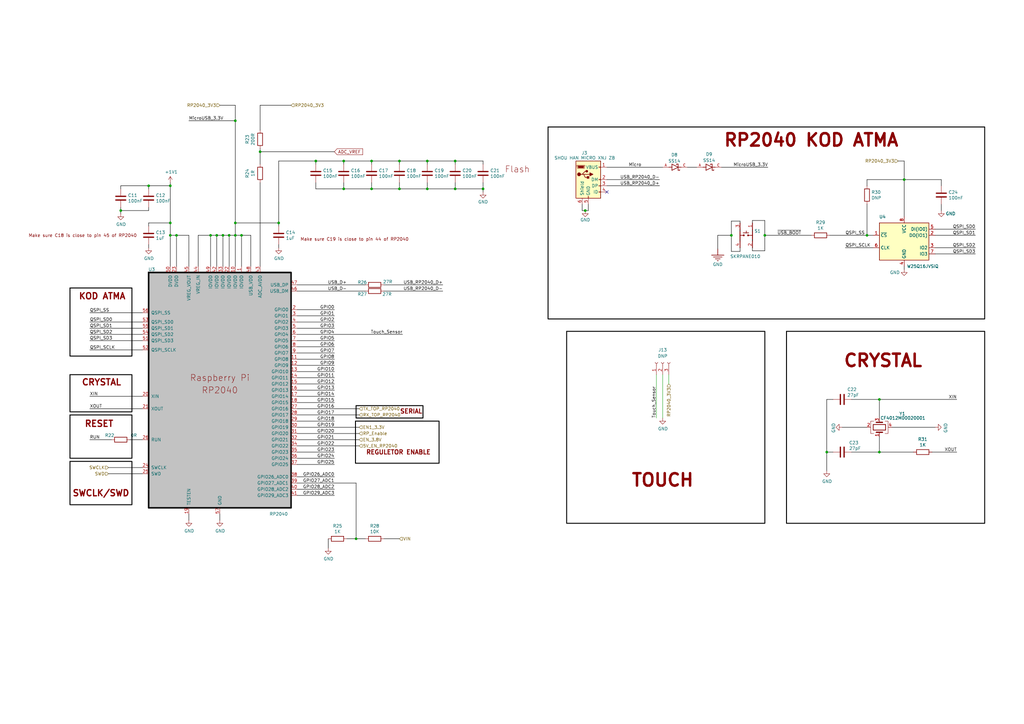
<source format=kicad_sch>
(kicad_sch (version 20231120) (generator "eeschema") (generator_version "8.0")
  (paper "A3")
  (lib_symbols
    (symbol "Connector:Conn_01x03_Socket" (pin_names (offset 1.016) hide)
      (property "Reference" "J" (at 0 5.08 0))
      (property "Value" "Conn_01x03_Socket" (at 0 -5.08 0))
      (symbol "Conn_01x03_Socket_1_1"
        (arc (start 0 -2.032) (mid -0.5058 -2.54) (end 0 -3.048) (stroke (width 0.1524)))
        (polyline (pts (xy -1.27 -2.54) (xy -0.508 -2.54)) (stroke (width 0.1524)))
        (polyline (pts (xy -1.27 0) (xy -0.508 0)) (stroke (width 0.1524)))
        (polyline (pts (xy -1.27 2.54) (xy -0.508 2.54)) (stroke (width 0.1524)))
        (arc (start 0 0.508) (mid -0.5058 0) (end 0 -0.508) (stroke (width 0.1524)))
        (arc (start 0 3.048) (mid -0.5058 2.54) (end 0 2.032) (stroke (width 0.1524)))
        (pin passive line (at -5.08 2.54 0) (length 3.81) (name "Pin_1") (number "1"))
        (pin passive line (at -5.08 0 0) (length 3.81) (name "Pin_2") (number "2"))
        (pin passive line (at -5.08 -2.54 0) (length 3.81) (name "Pin_3") (number "3"))
      )
    )
    (symbol "Connector:USB_OTG" (pin_names (offset 1.016))
      (property "Reference" "J14" (at -2.794 10.922 0))
      (property "Value" "SHOU HAN MICRO XNJ ZB" (at -13.97 8.89 0))
      (symbol "USB_OTG_0_1"
        (rectangle (start -5.08 7.62) (end 5.08 -7.62) (stroke (width 0.254)) (fill (type background)))
        (circle (center -3.81 2.159) (radius 0.635) (stroke (width 0.254)) (fill (type outline)))
        (circle (center -0.635 3.429) (radius 0.381) (stroke (width 0.254)) (fill (type outline)))
        (rectangle (start -0.127 -7.62) (end 0.127 -6.858))
        (polyline (pts (xy -1.905 2.159) (xy 0.635 2.159)) (stroke (width 0.254)))
        (polyline (pts (xy -3.175 2.159) (xy -2.54 2.159) (xy -1.27 3.429) (xy -0.635 3.429)) (stroke (width 0.254)))
        (polyline (pts (xy -2.54 2.159) (xy -1.905 2.159) (xy -1.27 0.889) (xy 0 0.889)) (stroke (width 0.254)))
        (polyline (pts (xy 0.635 2.794) (xy 0.635 1.524) (xy 1.905 2.159) (xy 0.635 2.794)) (stroke (width 0.254)) (fill (type outline)))
        (polyline (pts (xy -4.318 5.588) (xy -1.778 5.588) (xy -2.032 4.826) (xy -4.064 4.826) (xy -4.318 5.588)) (fill (type outline)))
        (polyline (pts (xy -4.699 5.842) (xy -4.699 5.588) (xy -4.445 4.826) (xy -4.445 4.572) (xy -1.651 4.572) (xy -1.651 4.826) (xy -1.397 5.588) (xy -1.397 5.842) (xy -4.699 5.842)))
        (rectangle (start 0.254 1.27) (end -0.508 0.508) (stroke (width 0.254)) (fill (type outline)))
        (rectangle (start 5.08 -5.207) (end 4.318 -4.953))
        (rectangle (start 5.08 -2.667) (end 4.318 -2.413))
        (rectangle (start 5.08 -0.127) (end 4.318 0.127))
        (rectangle (start 5.08 4.953) (end 4.318 5.207))
      )
      (symbol "USB_OTG_1_1"
        (pin passive line (at 7.62 5.08 180) (length 2.54) (name "VBUS") (number "1"))
        (pin bidirectional line (at 7.62 0 180) (length 2.54) (name "DM") (number "2"))
        (pin bidirectional line (at 7.62 -2.54 180) (length 2.54) (name "DP") (number "3"))
        (pin passive line (at 7.62 -5.08 180) (length 2.54) (name "ID") (number "4"))
        (pin passive line (at 0 -10.16 90) (length 2.54) (name "GND") (number "5"))
        (pin passive line (at -2.54 -10.16 90) (length 2.54) (name "Shield") (number "6"))
      )
    )
    (symbol "Device:C" (pin_numbers hide) (pin_names (offset 0.254))
      (property "Reference" "C" (at 0.635 2.54 0))
      (property "Value" "C" (at 0.635 -2.54 0))
      (symbol "C_0_1"
        (polyline (pts (xy -2.032 -0.762) (xy 2.032 -0.762)) (stroke (width 0.508)))
        (polyline (pts (xy -2.032 0.762) (xy 2.032 0.762)) (stroke (width 0.508)))
      )
      (symbol "C_1_1"
        (pin passive line (at 0 3.81 270) (length 2.794) (name "~") (number "1"))
        (pin passive line (at 0 -3.81 90) (length 2.794) (name "~") (number "2"))
      )
    )
    (symbol "Device:Crystal_GND24" (pin_names (offset 1.016) hide)
      (property "Reference" "Y" (at 3.175 5.08 0))
      (property "Value" "Crystal_GND24" (at 3.175 3.175 0))
      (symbol "Crystal_GND24_0_1"
        (rectangle (start -1.143 2.54) (end 1.143 -2.54) (stroke (width 0.3048)))
        (polyline (pts (xy -2.54 0) (xy -2.032 0)))
        (polyline (pts (xy -2.032 -1.27) (xy -2.032 1.27)) (stroke (width 0.508)))
        (polyline (pts (xy 0 -3.81) (xy 0 -3.556)))
        (polyline (pts (xy 0 3.556) (xy 0 3.81)))
        (polyline (pts (xy 2.032 -1.27) (xy 2.032 1.27)) (stroke (width 0.508)))
        (polyline (pts (xy 2.032 0) (xy 2.54 0)))
        (polyline (pts (xy -2.54 -2.286) (xy -2.54 -3.556) (xy 2.54 -3.556) (xy 2.54 -2.286)))
        (polyline (pts (xy -2.54 2.286) (xy -2.54 3.556) (xy 2.54 3.556) (xy 2.54 2.286)))
      )
      (symbol "Crystal_GND24_1_1"
        (pin passive line (at -3.81 0 0) (length 1.27) (name "1") (number "1"))
        (pin passive line (at 0 5.08 270) (length 1.27) (name "2") (number "2"))
        (pin passive line (at 3.81 0 180) (length 1.27) (name "3") (number "3"))
        (pin passive line (at 0 -5.08 90) (length 1.27) (name "4") (number "4"))
      )
    )
    (symbol "Device:R" (pin_numbers hide) (pin_names (offset 0))
      (property "Reference" "R" (at 2.032 0 90))
      (property "Value" "R" (at 0 0 90))
      (symbol "R_0_1"
        (rectangle (start -1.016 -2.54) (end 1.016 2.54) (stroke (width 0.254)))
      )
      (symbol "R_1_1"
        (pin passive line (at 0 3.81 270) (length 1.27) (name "~") (number "1"))
        (pin passive line (at 0 -3.81 90) (length 1.27) (name "~") (number "2"))
      )
    )
    (symbol "MCU_RaspberryPi_RP2040:RP2040" (pin_names (offset 1.016))
      (property "Reference" "U5" (at -27.94 49.53 0))
      (property "Value" "RP2040" (at 24.13 -50.8 0))
      (symbol "RP2040_0_0"
        (text "Raspberry Pi" (at 0 5.08 0) (effects (font (size 2.54 2.54))))
        (text "RP2040" (at 0 0 0) (effects (font (size 2.54 2.54))))
      )
      (symbol "RP2040_1_1"
        (rectangle (start -29.21 48.26) (end 29.21 -48.26) (stroke (width 0.635) (color 0 0 0 1)) (fill (type color) (color 194 194 194 1)))
        (pin power_in line (at 8.89 50.8 270) (length 2.54) (name "IOVDD") (number "1"))
        (pin power_in line (at 6.35 50.8 270) (length 2.54) (name "IOVDD") (number "10"))
        (pin bidirectional line (at 31.75 12.7 180) (length 2.54) (name "GPIO8") (number "11"))
        (pin bidirectional line (at 31.75 10.16 180) (length 2.54) (name "GPIO9") (number "12"))
        (pin bidirectional line (at 31.75 7.62 180) (length 2.54) (name "GPIO10") (number "13"))
        (pin bidirectional line (at 31.75 5.08 180) (length 2.54) (name "GPIO11") (number "14"))
        (pin bidirectional line (at 31.75 2.54 180) (length 2.54) (name "GPIO12") (number "15"))
        (pin bidirectional line (at 31.75 0 180) (length 2.54) (name "GPIO13") (number "16"))
        (pin bidirectional line (at 31.75 -2.54 180) (length 2.54) (name "GPIO14") (number "17"))
        (pin bidirectional line (at 31.75 -5.08 180) (length 2.54) (name "GPIO15") (number "18"))
        (pin passive line (at -12.7 -50.8 90) (length 2.54) (name "TESTEN") (number "19"))
        (pin bidirectional line (at 31.75 33.02 180) (length 2.54) (name "GPIO0") (number "2"))
        (pin input line (at -31.75 -2.54 0) (length 2.54) (name "XIN") (number "20"))
        (pin passive line (at -31.75 -7.62 0) (length 2.54) (name "XOUT") (number "21"))
        (pin power_in line (at 3.81 50.8 270) (length 2.54) (name "IOVDD") (number "22"))
        (pin power_in line (at -17.78 50.8 270) (length 2.54) (name "DVDD") (number "23"))
        (pin output line (at -31.75 -31.75 0) (length 2.54) (name "SWCLK") (number "24"))
        (pin bidirectional line (at -31.75 -34.29 0) (length 2.54) (name "SWD") (number "25"))
        (pin input line (at -31.75 -20.32 0) (length 2.54) (name "RUN") (number "26"))
        (pin bidirectional line (at 31.75 -7.62 180) (length 2.54) (name "GPIO16") (number "27"))
        (pin bidirectional line (at 31.75 -10.16 180) (length 2.54) (name "GPIO17") (number "28"))
        (pin bidirectional line (at 31.75 -12.7 180) (length 2.54) (name "GPIO18") (number "29"))
        (pin bidirectional line (at 31.75 30.48 180) (length 2.54) (name "GPIO1") (number "3"))
        (pin bidirectional line (at 31.75 -15.24 180) (length 2.54) (name "GPIO19") (number "30"))
        (pin bidirectional line (at 31.75 -17.78 180) (length 2.54) (name "GPIO20") (number "31"))
        (pin bidirectional line (at 31.75 -20.32 180) (length 2.54) (name "GPIO21") (number "32"))
        (pin power_in line (at 1.27 50.8 270) (length 2.54) (name "IOVDD") (number "33"))
        (pin bidirectional line (at 31.75 -22.86 180) (length 2.54) (name "GPIO22") (number "34"))
        (pin bidirectional line (at 31.75 -25.4 180) (length 2.54) (name "GPIO23") (number "35"))
        (pin bidirectional line (at 31.75 -27.94 180) (length 2.54) (name "GPIO24") (number "36"))
        (pin bidirectional line (at 31.75 -30.48 180) (length 2.54) (name "GPIO25") (number "37"))
        (pin bidirectional line (at 31.75 -35.56 180) (length 2.54) (name "GPIO26_ADC0") (number "38"))
        (pin bidirectional line (at 31.75 -38.1 180) (length 2.54) (name "GPIO27_ADC1") (number "39"))
        (pin bidirectional line (at 31.75 27.94 180) (length 2.54) (name "GPIO2") (number "4"))
        (pin bidirectional line (at 31.75 -40.64 180) (length 2.54) (name "GPIO28_ADC2") (number "40"))
        (pin bidirectional line (at 31.75 -43.18 180) (length 2.54) (name "GPIO29_ADC3") (number "41"))
        (pin power_in line (at -1.27 50.8 270) (length 2.54) (name "IOVDD") (number "42"))
        (pin power_in line (at 16.51 50.8 270) (length 2.54) (name "ADC_AVDD") (number "43"))
        (pin power_in line (at -8.89 50.8 270) (length 2.54) (name "VREG_IN") (number "44"))
        (pin power_out line (at -12.7 50.8 270) (length 2.54) (name "VREG_VOUT") (number "45"))
        (pin bidirectional line (at 31.75 40.64 180) (length 2.54) (name "USB_DM") (number "46"))
        (pin bidirectional line (at 31.75 43.18 180) (length 2.54) (name "USB_DP") (number "47"))
        (pin power_in line (at 12.7 50.8 270) (length 2.54) (name "USB_VDD") (number "48"))
        (pin power_in line (at -3.81 50.8 270) (length 2.54) (name "IOVDD") (number "49"))
        (pin bidirectional line (at 31.75 25.4 180) (length 2.54) (name "GPIO3") (number "5"))
        (pin power_in line (at -20.32 50.8 270) (length 2.54) (name "DVDD") (number "50"))
        (pin bidirectional line (at -31.75 20.32 0) (length 2.54) (name "QSPI_SD3") (number "51"))
        (pin output line (at -31.75 16.51 0) (length 2.54) (name "QSPI_SCLK") (number "52"))
        (pin bidirectional line (at -31.75 27.94 0) (length 2.54) (name "QSPI_SD0") (number "53"))
        (pin bidirectional line (at -31.75 22.86 0) (length 2.54) (name "QSPI_SD2") (number "54"))
        (pin bidirectional line (at -31.75 25.4 0) (length 2.54) (name "QSPI_SD1") (number "55"))
        (pin bidirectional line (at -31.75 31.75 0) (length 2.54) (name "QSPI_SS") (number "56"))
        (pin power_in line (at 0 -50.8 90) (length 2.54) (name "GND") (number "57"))
        (pin bidirectional line (at 31.75 22.86 180) (length 2.54) (name "GPIO4") (number "6"))
        (pin bidirectional line (at 31.75 20.32 180) (length 2.54) (name "GPIO5") (number "7"))
        (pin bidirectional line (at 31.75 17.78 180) (length 2.54) (name "GPIO6") (number "8"))
        (pin bidirectional line (at 31.75 15.24 180) (length 2.54) (name "GPIO7") (number "9"))
      )
    )
    (symbol "Memory_Flash:W25Q128JVS"
      (property "Reference" "U" (at -8.89 8.89 0))
      (property "Value" "W25Q128JVS" (at 7.62 8.89 0))
      (symbol "W25Q128JVS_0_1"
        (rectangle (start -10.16 7.62) (end 10.16 -7.62) (stroke (width 0.254)) (fill (type background)))
      )
      (symbol "W25Q128JVS_1_1"
        (pin input line (at -12.7 2.54 0) (length 2.54) (name "~{CS}") (number "1"))
        (pin bidirectional line (at 12.7 2.54 180) (length 2.54) (name "DO(IO1)") (number "2"))
        (pin bidirectional line (at 12.7 -2.54 180) (length 2.54) (name "IO2") (number "3"))
        (pin power_in line (at 0 -10.16 90) (length 2.54) (name "GND") (number "4"))
        (pin bidirectional line (at 12.7 5.08 180) (length 2.54) (name "DI(IO0)") (number "5"))
        (pin input line (at -12.7 -2.54 0) (length 2.54) (name "CLK") (number "6"))
        (pin bidirectional line (at 12.7 -5.08 180) (length 2.54) (name "IO3") (number "7"))
        (pin power_in line (at 0 10.16 270) (length 2.54) (name "VCC") (number "8"))
      )
    )
    (symbol "NINA-B411-altium-import:GND" (power)
      (property "Reference" "#PWR" (at 0 0 0))
      (property "Value" "GND" (at 0 6.35 0))
      (symbol "GND_0_0"
        (polyline (pts (xy -2.54 -2.54) (xy 2.54 -2.54)) (stroke (width 0.254)))
        (polyline (pts (xy -1.778 -3.302) (xy 1.778 -3.302)) (stroke (width 0.254)))
        (polyline (pts (xy -1.016 -4.064) (xy 1.016 -4.064)) (stroke (width 0.254)))
        (polyline (pts (xy -0.254 -4.826) (xy 0.254 -4.826)) (stroke (width 0.254)))
        (polyline (pts (xy 0 0) (xy 0 -2.54)) (stroke (width 0.254)))
        (pin power_in line (at 0 0 0) (length 0) hide (name "GND") (number ""))
      )
    )
    (symbol "NINA-B411-altium-import:root_3_SKRPACE010"
      (symbol "root_3_SKRPACE010_1_0"
        (circle (center -1.016 0) (radius 0.254) (stroke (width 0.254)))
        (polyline (pts (xy -2.54 -5.08) (xy -2.54 5.08)) (stroke (width 0.254)))
        (polyline (pts (xy -2.54 0) (xy -2.54 -2.54)) (stroke (width 0.254)))
        (polyline (pts (xy -2.54 2.54) (xy -2.54 0)) (stroke (width 0.254)))
        (polyline (pts (xy -1.016 0) (xy -2.54 0)) (stroke (width 0.254)))
        (polyline (pts (xy 0 1.016) (xy -1.27 1.016)) (stroke (width 0.254)))
        (polyline (pts (xy 0 1.016) (xy 0 1.778)) (stroke (width 0.254)))
        (polyline (pts (xy 0.762 0) (xy 2.54 0)) (stroke (width 0.254)))
        (polyline (pts (xy 1.016 1.016) (xy 0 1.016)) (stroke (width 0.254)))
        (polyline (pts (xy 2.54 0) (xy 2.54 -2.54)) (stroke (width 0.254)))
        (polyline (pts (xy 2.54 2.54) (xy 2.54 0)) (stroke (width 0.254)))
        (polyline (pts (xy 2.54 5.08) (xy 2.54 -5.08)) (stroke (width 0.254)))
        (circle (center 0.762 0) (radius 0.254) (stroke (width 0.254)))
        (pin bidirectional line (at 2.54 5.08 270) (length 2.54) (name "1") (number "1"))
        (pin bidirectional line (at 2.54 -5.08 90) (length 2.54) (name "2") (number "2"))
        (pin bidirectional line (at -2.54 5.08 270) (length 2.54) (name "3") (number "3"))
        (pin bidirectional line (at -2.54 -5.08 90) (length 2.54) (name "4") (number "4"))
      )
    )
    (symbol "SS14:SS14" (pin_names (offset 1.016))
      (property "Reference" "D" (at -5.08 2.54 0))
      (property "Value" "SS14" (at -5.08 -3.81 0))
      (symbol "SS14_0_0"
        (polyline (pts (xy -2.54 0) (xy -1.27 0)) (stroke (width 0.254)))
        (polyline (pts (xy -1.27 -1.27) (xy 1.27 0)) (stroke (width 0.254)))
        (polyline (pts (xy -1.27 0) (xy -1.27 -1.27)) (stroke (width 0.254)))
        (polyline (pts (xy -1.27 1.27) (xy -1.27 0)) (stroke (width 0.254)))
        (polyline (pts (xy 0.635 -1.016) (xy 0.635 -1.27)) (stroke (width 0.254)))
        (polyline (pts (xy 1.27 -1.27) (xy 0.635 -1.27)) (stroke (width 0.254)))
        (polyline (pts (xy 1.27 0) (xy -1.27 1.27)) (stroke (width 0.254)))
        (polyline (pts (xy 1.27 0) (xy 1.27 -1.27)) (stroke (width 0.254)))
        (polyline (pts (xy 1.27 1.27) (xy 1.27 0)) (stroke (width 0.254)))
        (polyline (pts (xy 1.905 1.27) (xy 1.27 1.27)) (stroke (width 0.254)))
        (polyline (pts (xy 1.905 1.27) (xy 1.905 1.016)) (stroke (width 0.254)))
        (polyline (pts (xy 2.54 0) (xy 1.27 0)) (stroke (width 0.254)))
        (pin passive line (at -5.08 0 0) (length 2.54) (name "~") (number "A"))
        (pin passive line (at 5.08 0 180) (length 2.54) (name "~") (number "C"))
      )
    )
    (symbol "power:+1V1" (power) (pin_names (offset 0))
      (property "Value" "+1V1" (at 0 3.556 0))
      (symbol "+1V1_0_1"
        (polyline (pts (xy -0.762 1.27) (xy 0 2.54)))
        (polyline (pts (xy 0 0) (xy 0 2.54)))
        (polyline (pts (xy 0 2.54) (xy 0.762 1.27)))
      )
      (symbol "+1V1_1_1"
        (pin power_in line (at 0 0 90) (length 0) hide (name "+1V1") (number "1"))
      )
    )
    (symbol "power:GND" (power) (pin_names (offset 0))
      (property "Value" "GND" (at 0 -3.81 0))
      (symbol "GND_0_1"
        (polyline (pts (xy 0 0) (xy 0 -1.27) (xy 1.27 -1.27) (xy 0 -2.54) (xy -1.27 -1.27) (xy 0 -1.27)))
      )
      (symbol "GND_1_1"
        (pin power_in line (at 0 0 270) (length 0) hide (name "GND") (number "1"))
      )
    )
  )
  (junction (at 106.68 62.23))
  (junction (at 49.53 86.36))
  (junction (at 146.05 220.98))
  (junction (at 175.26 66.04))
  (junction (at 360.68 163.83))
  (junction (at 339.09 185.42))
  (junction (at 96.52 96.52))
  (junction (at 355.6 96.52))
  (junction (at 69.85 96.52))
  (junction (at 175.26 77.47))
  (junction (at 313.69 96.52))
  (junction (at 370.84 73.66))
  (junction (at 99.06 96.52))
  (junction (at 88.9 96.52))
  (junction (at 91.44 96.52))
  (junction (at 360.68 185.42))
  (junction (at 69.85 76.2))
  (junction (at 86.36 96.52))
  (junction (at 163.83 77.47))
  (junction (at 96.52 91.44))
  (junction (at 129.54 66.04))
  (junction (at 299.974 96.52))
  (junction (at 152.4 66.04))
  (junction (at 60.96 76.2))
  (junction (at 69.85 91.44))
  (junction (at 93.98 96.52))
  (junction (at 186.69 77.47))
  (junction (at 186.69 66.04))
  (junction (at 163.83 66.04))
  (junction (at 240.03 86.36))
  (junction (at 72.39 96.52))
  (junction (at 96.52 49.53))
  (junction (at 114.3 91.44))
  (junction (at 140.97 66.04))
  (junction (at 152.4 77.47))
  (junction (at 198.12 77.47))
  (junction (at 140.97 77.47))
  (no_connect (at 248.92 78.74))
  (wire (pts (xy 106.68 74.93) (xy 106.68 109.22)) (stroke (width 0.1778) (color 0 0 0 1)))
  (wire (pts (xy 36.83 162.56) (xy 58.42 162.56)) (stroke (width 0.1778) (color 0 0 0 1)))
  (wire (pts (xy 44.45 194.31) (xy 58.42 194.31)) (stroke (width 0.1778) (color 0 0 0 1)))
  (wire (pts (xy 186.69 77.47) (xy 198.12 77.47)) (stroke (width 0.1778) (color 0 0 0 1)))
  (wire (pts (xy 60.96 91.44) (xy 69.85 91.44)) (stroke (width 0.1778) (color 0 0 0 1)))
  (wire (pts (xy 121.92 198.12) (xy 146.05 198.12)) (stroke (width 0.1778) (color 0 0 0 1)))
  (wire (pts (xy 370.84 73.66) (xy 370.84 88.9)) (stroke (width 0.1778) (color 0 0 0 1)))
  (wire (pts (xy 186.69 66.04) (xy 198.12 66.04)) (stroke (width 0.1778) (color 0 0 0 1)))
  (wire (pts (xy 96.52 96.52) (xy 99.06 96.52)) (stroke (width 0.1778) (color 0 0 0 1)))
  (wire (pts (xy 175.26 66.04) (xy 186.69 66.04)) (stroke (width 0.1778) (color 0 0 0 1)))
  (wire (pts (xy 270.51 73.66) (xy 248.92 73.66)) (stroke (width 0.1778) (color 0 0 0 1)))
  (wire (pts (xy 90.17 43.18) (xy 96.52 43.18)) (stroke (width 0.1778) (color 0 0 0 1)))
  (wire (pts (xy 382.27 185.42) (xy 392.43 185.42)) (stroke (width 0.1778) (color 0 0 0 1)))
  (wire (pts (xy 106.68 60.96) (xy 106.68 62.23)) (stroke (width 0.1778) (color 0 0 0 1)))
  (wire (pts (xy 175.26 77.47) (xy 163.83 77.47)) (stroke (width 0.1778) (color 0 0 0 1)))
  (wire (pts (xy 121.92 187.96) (xy 137.16 187.96)) (stroke (width 0.1778) (color 0 0 0 1)))
  (wire (pts (xy 186.69 67.31) (xy 186.69 66.04)) (stroke (width 0.1778) (color 0 0 0 1)))
  (wire (pts (xy 81.28 96.52) (xy 86.36 96.52)) (stroke (width 0.1778) (color 0 0 0 1)))
  (wire (pts (xy 339.09 185.42) (xy 339.09 193.04)) (stroke (width 0.1778) (color 0 0 0 1)))
  (wire (pts (xy 140.97 66.04) (xy 152.4 66.04)) (stroke (width 0.1778) (color 0 0 0 1)))
  (wire (pts (xy 49.53 85.09) (xy 49.53 86.36)) (stroke (width 0.1778) (color 0 0 0 1)))
  (wire (pts (xy 90.17 210.82) (xy 90.17 213.36)) (stroke (width 0.1778) (color 0 0 0 1)))
  (wire (pts (xy 308.61 102.87) (xy 308.61 101.6)) (stroke (width 0.1778) (color 0 0 0 1)))
  (wire (pts (xy 157.48 119.38) (xy 181.61 119.38)) (stroke (width 0.1778) (color 0 0 0 1)))
  (wire (pts (xy 121.92 144.78) (xy 137.16 144.78)) (stroke (width 0.1778) (color 0 0 0 1)))
  (wire (pts (xy 114.3 66.04) (xy 114.3 91.44)) (stroke (width 0.1778) (color 0 0 0 1)))
  (wire (pts (xy 96.52 91.44) (xy 96.52 96.52)) (stroke (width 0.1778) (color 0 0 0 1)))
  (wire (pts (xy 355.6 73.66) (xy 370.84 73.66)) (stroke (width 0.1778) (color 0 0 0 1)))
  (wire (pts (xy 106.68 62.23) (xy 106.68 67.31)) (stroke (width 0.1778) (color 0 0 0 1)))
  (wire (pts (xy 269.24 171.45) (xy 269.24 153.67)))
  (wire (pts (xy 313.69 90.424) (xy 313.69 96.52)) (stroke (width 0.1778) (color 0 0 0 1)))
  (wire (pts (xy 314.96 68.58) (xy 295.91 68.58)) (stroke (width 0.1778) (color 0 0 0 1)))
  (wire (pts (xy 77.47 49.53) (xy 96.52 49.53)) (stroke (width 0.1778) (color 0 0 0 1)))
  (wire (pts (xy 88.9 96.52) (xy 91.44 96.52)) (stroke (width 0.1778) (color 0 0 0 1)))
  (wire (pts (xy 152.4 66.04) (xy 163.83 66.04)) (stroke (width 0.1778) (color 0 0 0 1)))
  (wire (pts (xy 121.92 180.34) (xy 147.32 180.34)) (stroke (width 0.1778) (color 0 0 0 1)))
  (wire (pts (xy 60.96 92.71) (xy 60.96 91.44)) (stroke (width 0.1778) (color 0 0 0 1)))
  (wire (pts (xy 69.85 91.44) (xy 69.85 96.52)) (stroke (width 0.1778) (color 0 0 0 1)))
  (wire (pts (xy 345.44 175.26) (xy 355.6 175.26)) (stroke (width 0.1778) (color 0 0 0 1)))
  (wire (pts (xy 198.12 74.93) (xy 198.12 77.47)) (stroke (width 0.1778) (color 0 0 0 1)))
  (wire (pts (xy 93.98 109.22) (xy 93.98 96.52)) (stroke (width 0.1778) (color 0 0 0 1)))
  (wire (pts (xy 175.26 67.31) (xy 175.26 66.04)) (stroke (width 0.1778) (color 0 0 0 1)))
  (wire (pts (xy 140.97 77.47) (xy 129.54 77.47)) (stroke (width 0.1778) (color 0 0 0 1)))
  (wire (pts (xy 294.386 102.108) (xy 294.386 96.52)) (stroke (width 0.1778) (color 0 0 0 1)))
  (wire (pts (xy 58.42 128.27) (xy 36.83 128.27)) (stroke (width 0.1778) (color 0 0 0 1)))
  (wire (pts (xy 106.68 62.23) (xy 137.16 62.23)) (stroke (width 0.1778) (color 0 0 0 1)))
  (wire (pts (xy 303.53 103.124) (xy 303.53 101.6)) (stroke (width 0.1778) (color 0 0 0 1)))
  (wire (pts (xy 238.76 86.36) (xy 240.03 86.36)) (stroke (width 0.1778) (color 0 0 0 1)))
  (wire (pts (xy 240.03 86.36) (xy 241.3 86.36)) (stroke (width 0.1778) (color 0 0 0 1)))
  (wire (pts (xy 341.63 163.83) (xy 339.09 163.83)) (stroke (width 0.1778) (color 0 0 0 1)))
  (wire (pts (xy 60.96 77.47) (xy 60.96 76.2)) (stroke (width 0.1778) (color 0 0 0 1)))
  (wire (pts (xy 72.39 96.52) (xy 69.85 96.52)) (stroke (width 0.1778) (color 0 0 0 1)))
  (wire (pts (xy 140.97 74.93) (xy 140.97 77.47)) (stroke (width 0.1778) (color 0 0 0 1)))
  (wire (pts (xy 36.83 134.62) (xy 58.42 134.62)) (stroke (width 0.1778) (color 0 0 0 1)))
  (wire (pts (xy 294.386 96.52) (xy 299.974 96.52)) (stroke (width 0.1778) (color 0 0 0 1)))
  (wire (pts (xy 198.12 77.47) (xy 198.12 78.74)) (stroke (width 0.1778) (color 0 0 0 1)))
  (wire (pts (xy 129.54 66.04) (xy 140.97 66.04)) (stroke (width 0.1778) (color 0 0 0 1)))
  (wire (pts (xy 96.52 43.18) (xy 96.52 49.53)) (stroke (width 0.1778) (color 0 0 0 1)))
  (wire (pts (xy 121.92 119.38) (xy 149.86 119.38)) (stroke (width 0.1778) (color 0 0 0 1)))
  (wire (pts (xy 69.85 96.52) (xy 69.85 109.22)) (stroke (width 0.1778) (color 0 0 0 1)))
  (wire (pts (xy 121.92 152.4) (xy 137.16 152.4)) (stroke (width 0.1778) (color 0 0 0 1)))
  (wire (pts (xy 121.92 200.66) (xy 137.16 200.66)) (stroke (width 0.1778) (color 0 0 0 1)))
  (wire (pts (xy 121.92 185.42) (xy 137.16 185.42)) (stroke (width 0.1778) (color 0 0 0 1)))
  (wire (pts (xy 346.71 101.6) (xy 358.14 101.6)) (stroke (width 0.1778) (color 0 0 0 1)))
  (wire (pts (xy 370.84 109.22) (xy 370.84 110.49)) (stroke (width 0.1778) (color 0 0 0 1)))
  (wire (pts (xy 175.26 74.93) (xy 175.26 77.47)) (stroke (width 0.1778) (color 0 0 0 1)))
  (wire (pts (xy 102.87 109.22) (xy 102.87 96.52)) (stroke (width 0.1778) (color 0 0 0 1)))
  (wire (pts (xy 129.54 66.04) (xy 114.3 66.04)) (stroke (width 0.1778) (color 0 0 0 1)))
  (wire (pts (xy 163.83 67.31) (xy 163.83 66.04)) (stroke (width 0.1778) (color 0 0 0 1)))
  (wire (pts (xy 198.12 67.31) (xy 198.12 66.04)) (stroke (width 0.1778) (color 0 0 0 1)))
  (wire (pts (xy 114.3 100.33) (xy 114.3 101.6)) (stroke (width 0.1778) (color 0 0 0 1)))
  (wire (pts (xy 96.52 91.44) (xy 96.52 49.53)) (stroke (width 0.1778) (color 0 0 0 1)))
  (wire (pts (xy 36.83 139.7) (xy 58.42 139.7)) (stroke (width 0.1778) (color 0 0 0 1)))
  (wire (pts (xy 72.39 109.22) (xy 72.39 96.52)) (stroke (width 0.1778) (color 0 0 0 1)))
  (wire (pts (xy 308.61 90.424) (xy 308.61 91.44)) (stroke (width 0.1778) (color 0 0 0 1)))
  (wire (pts (xy 383.54 93.98) (xy 400.05 93.98)) (stroke (width 0.1778) (color 0 0 0 1)))
  (wire (pts (xy 36.83 137.16) (xy 58.42 137.16)) (stroke (width 0.1778) (color 0 0 0 1)))
  (wire (pts (xy 121.92 129.54) (xy 137.16 129.54)) (stroke (width 0.1778) (color 0 0 0 1)))
  (wire (pts (xy 163.83 220.98) (xy 157.48 220.98)) (stroke (width 0.1778) (color 0 0 0 1)))
  (wire (pts (xy 121.92 127) (xy 137.16 127)) (stroke (width 0.1778) (color 0 0 0 1)))
  (wire (pts (xy 77.47 109.22) (xy 77.47 96.52)) (stroke (width 0.1778) (color 0 0 0 1)))
  (wire (pts (xy 114.3 91.44) (xy 96.52 91.44)) (stroke (width 0.1778) (color 0 0 0 1)))
  (wire (pts (xy 146.05 220.98) (xy 146.05 198.12)) (stroke (width 0.1778) (color 0 0 0 1)))
  (wire (pts (xy 186.69 74.93) (xy 186.69 77.47)) (stroke (width 0.1778) (color 0 0 0 1)))
  (wire (pts (xy 370.84 66.04) (xy 370.84 73.66)) (stroke (width 0.1778) (color 0 0 0 1)))
  (wire (pts (xy 271.78 171.45) (xy 271.78 153.67)))
  (wire (pts (xy 45.72 180.34) (xy 36.83 180.34)) (stroke (width 0.1778) (color 0 0 0 1)))
  (wire (pts (xy 355.6 96.52) (xy 358.14 96.52)) (stroke (width 0.1778) (color 0 0 0 1)))
  (wire (pts (xy 142.24 220.98) (xy 146.05 220.98)) (stroke (width 0.1778) (color 0 0 0 1)))
  (wire (pts (xy 281.94 68.58) (xy 285.75 68.58)) (stroke (width 0.1778) (color 0 0 0 1)))
  (wire (pts (xy 99.06 96.52) (xy 99.06 109.22)) (stroke (width 0.1778) (color 0 0 0 1)))
  (wire (pts (xy 121.92 137.16) (xy 165.1 137.16)) (stroke (width 0.1778) (color 0 0 0 1)))
  (wire (pts (xy 58.42 167.64) (xy 36.83 167.64)) (stroke (width 0.1778) (color 0 0 0 1)))
  (wire (pts (xy 99.06 96.52) (xy 102.87 96.52)) (stroke (width 0.1778) (color 0 0 0 1)))
  (wire (pts (xy 313.69 96.52) (xy 332.74 96.52)) (stroke (width 0.1778) (color 0 0 0 1)))
  (wire (pts (xy 81.28 109.22) (xy 81.28 96.52)) (stroke (width 0.1778) (color 0 0 0 1)))
  (wire (pts (xy 69.85 74.93) (xy 69.85 76.2)) (stroke (width 0.1778) (color 0 0 0 1)))
  (wire (pts (xy 386.08 76.2) (xy 386.08 73.66)) (stroke (width 0.1778) (color 0 0 0 1)))
  (wire (pts (xy 341.63 185.42) (xy 339.09 185.42)) (stroke (width 0.1778) (color 0 0 0 1)))
  (wire (pts (xy 386.08 73.66) (xy 370.84 73.66)) (stroke (width 0.1778) (color 0 0 0 1)))
  (wire (pts (xy 121.92 154.94) (xy 137.16 154.94)) (stroke (width 0.1778) (color 0 0 0 1)))
  (wire (pts (xy 49.53 86.36) (xy 49.53 87.63)) (stroke (width 0.1778) (color 0 0 0 1)))
  (wire (pts (xy 69.85 76.2) (xy 69.85 91.44)) (stroke (width 0.1778) (color 0 0 0 1)))
  (wire (pts (xy 360.68 163.83) (xy 360.68 171.45)) (stroke (width 0.1778) (color 0 0 0 1)))
  (wire (pts (xy 121.92 132.08) (xy 137.16 132.08)) (stroke (width 0) (color 0 0 0 1)))
  (wire (pts (xy 368.3 66.04) (xy 370.84 66.04)) (stroke (width 0.1778) (color 0 0 0 1)))
  (wire (pts (xy 77.47 210.82) (xy 77.47 213.36)) (stroke (width 0.1778) (color 0 0 0 1)))
  (wire (pts (xy 383.54 175.26) (xy 365.76 175.26)) (stroke (width 0.1778) (color 0 0 0 1)))
  (wire (pts (xy 274.32 157.48) (xy 274.32 153.67)))
  (wire (pts (xy 121.92 170.18) (xy 147.32 170.18)) (stroke (width 0.1778) (color 0 0 0 1)))
  (wire (pts (xy 121.92 195.58) (xy 137.16 195.58)) (stroke (width 0.1778) (color 0 0 0 1)))
  (wire (pts (xy 383.54 101.6) (xy 400.05 101.6)) (stroke (width 0.1778) (color 0 0 0 1)))
  (wire (pts (xy 271.78 68.58) (xy 248.92 68.58)) (stroke (width 0.1778) (color 0 0 0 1)))
  (wire (pts (xy 129.54 74.93) (xy 129.54 77.47)) (stroke (width 0.1778) (color 0 0 0 1)))
  (wire (pts (xy 383.54 96.52) (xy 400.05 96.52)) (stroke (width 0.1778) (color 0 0 0 1)))
  (wire (pts (xy 241.3 83.82) (xy 241.3 86.36)) (stroke (width 0.1778) (color 0 0 0 1)))
  (wire (pts (xy 140.97 67.31) (xy 140.97 66.04)) (stroke (width 0.1778) (color 0 0 0 1)))
  (wire (pts (xy 134.62 224.79) (xy 134.62 220.98)) (stroke (width 0.1778) (color 0 0 0 1)))
  (wire (pts (xy 58.42 143.51) (xy 36.83 143.51)) (stroke (width 0.1778) (color 0 0 0 1)))
  (wire (pts (xy 339.09 163.83) (xy 339.09 185.42)) (stroke (width 0.1778) (color 0 0 0 1)))
  (wire (pts (xy 360.68 179.07) (xy 360.68 185.42)) (stroke (width 0.1778) (color 0 0 0 1)))
  (wire (pts (xy 299.974 103.124) (xy 303.53 103.124)) (stroke (width 0.1778) (color 0 0 0 1)))
  (wire (pts (xy 121.92 175.26) (xy 147.32 175.26)) (stroke (width 0.1778) (color 0 0 0 1)))
  (wire (pts (xy 355.6 83.82) (xy 355.6 96.52)) (stroke (width 0.1778) (color 0 0 0 1)))
  (wire (pts (xy 360.68 185.42) (xy 374.65 185.42)) (stroke (width 0.1778) (color 0 0 0 1)))
  (wire (pts (xy 186.69 77.47) (xy 175.26 77.47)) (stroke (width 0.1778) (color 0 0 0 1)))
  (wire (pts (xy 93.98 96.52) (xy 96.52 96.52)) (stroke (width 0.1778) (color 0 0 0 1)))
  (wire (pts (xy 60.96 76.2) (xy 69.85 76.2)) (stroke (width 0.1778) (color 0 0 0 1)))
  (wire (pts (xy 238.76 83.82) (xy 238.76 86.36)) (stroke (width 0.1778) (color 0 0 0 1)))
  (wire (pts (xy 299.974 90.678) (xy 303.53 90.678)) (stroke (width 0.1778) (color 0 0 0 1)))
  (wire (pts (xy 157.48 116.84) (xy 181.61 116.84)) (stroke (width 0.1778) (color 0 0 0 1)))
  (wire (pts (xy 349.25 185.42) (xy 360.68 185.42)) (stroke (width 0.1778) (color 0 0 0 1)))
  (wire (pts (xy 91.44 109.22) (xy 91.44 96.52)) (stroke (width 0.1778) (color 0 0 0 1)))
  (wire (pts (xy 121.92 182.88) (xy 147.32 182.88)) (stroke (width 0.1778) (color 0 0 0 1)))
  (wire (pts (xy 355.6 76.2) (xy 355.6 73.66)) (stroke (width 0.1778) (color 0 0 0 1)))
  (wire (pts (xy 121.92 177.8) (xy 147.32 177.8)) (stroke (width 0.1778) (color 0 0 0 1)))
  (wire (pts (xy 58.42 180.34) (xy 53.34 180.34)) (stroke (width 0.1778) (color 0 0 0 1)))
  (wire (pts (xy 121.92 172.72) (xy 137.16 172.72)) (stroke (width 0.1778) (color 0 0 0 1)))
  (wire (pts (xy 313.69 90.424) (xy 308.61 90.424)) (stroke (width 0.1778) (color 0 0 0 1)))
  (wire (pts (xy 129.54 67.31) (xy 129.54 66.04)) (stroke (width 0.1778) (color 0 0 0 1)))
  (wire (pts (xy 36.83 132.08) (xy 58.42 132.08)) (stroke (width 0.1778) (color 0 0 0 1)))
  (wire (pts (xy 121.92 147.32) (xy 137.16 147.32)) (stroke (width 0.1778) (color 0 0 0 1)))
  (wire (pts (xy 152.4 77.47) (xy 140.97 77.47)) (stroke (width 0.1778) (color 0 0 0 1)))
  (wire (pts (xy 349.25 163.83) (xy 360.68 163.83)) (stroke (width 0.1778) (color 0 0 0 1)))
  (wire (pts (xy 119.38 43.18) (xy 106.68 43.18)) (stroke (width 0.1778) (color 0 0 0 1)))
  (wire (pts (xy 49.53 76.2) (xy 60.96 76.2)) (stroke (width 0.1778) (color 0 0 0 1)))
  (wire (pts (xy 152.4 74.93) (xy 152.4 77.47)) (stroke (width 0.1778) (color 0 0 0 1)))
  (wire (pts (xy 313.69 102.87) (xy 308.61 102.87)) (stroke (width 0.1778) (color 0 0 0 1)))
  (wire (pts (xy 121.92 167.64) (xy 147.32 167.64)) (stroke (width 0.1778) (color 0 0 0 1)))
  (wire (pts (xy 303.53 90.678) (xy 303.53 91.44)) (stroke (width 0.1778) (color 0 0 0 1)))
  (wire (pts (xy 49.53 86.36) (xy 60.96 86.36)) (stroke (width 0.1778) (color 0 0 0 1)))
  (wire (pts (xy 121.92 149.86) (xy 137.16 149.86)) (stroke (width 0.1778) (color 0 0 0 1)))
  (wire (pts (xy 86.36 109.22) (xy 86.36 96.52)) (stroke (width 0.1778) (color 0 0 0 1)))
  (wire (pts (xy 121.92 165.1) (xy 137.16 165.1)) (stroke (width 0.1778) (color 0 0 0 1)))
  (wire (pts (xy 88.9 109.22) (xy 88.9 96.52)) (stroke (width 0.1778) (color 0 0 0 1)))
  (wire (pts (xy 44.45 191.77) (xy 58.42 191.77)) (stroke (width 0.1778) (color 0 0 0 1)))
  (wire (pts (xy 270.51 76.2) (xy 248.92 76.2)) (stroke (width 0.1778) (color 0 0 0 1)))
  (wire (pts (xy 77.47 96.52) (xy 72.39 96.52)) (stroke (width 0.1778) (color 0 0 0 1)))
  (wire (pts (xy 121.92 116.84) (xy 149.86 116.84)) (stroke (width 0.1778) (color 0 0 0 1)))
  (wire (pts (xy 299.974 96.52) (xy 299.974 90.678)) (stroke (width 0.1778) (color 0 0 0 1)))
  (wire (pts (xy 163.83 77.47) (xy 152.4 77.47)) (stroke (width 0.1778) (color 0 0 0 1)))
  (wire (pts (xy 60.96 86.36) (xy 60.96 85.09)) (stroke (width 0.1778) (color 0 0 0 1)))
  (wire (pts (xy 106.68 43.18) (xy 106.68 53.34)) (stroke (width 0.1778) (color 0 0 0 1)))
  (wire (pts (xy 121.92 162.56) (xy 137.16 162.56)) (stroke (width 0.1778) (color 0 0 0 1)))
  (wire (pts (xy 313.69 96.52) (xy 313.69 102.87)) (stroke (width 0.1778) (color 0 0 0 1)))
  (wire (pts (xy 146.05 220.98) (xy 149.86 220.98)) (stroke (width 0.1778) (color 0 0 0 1)))
  (wire (pts (xy 60.96 100.33) (xy 60.96 101.6)) (stroke (width 0.1778) (color 0 0 0 1)))
  (wire (pts (xy 386.08 83.82) (xy 386.08 86.36)) (stroke (width 0.1778) (color 0 0 0 1)))
  (wire (pts (xy 340.36 96.52) (xy 355.6 96.52)) (stroke (width 0.1778) (color 0 0 0 1)))
  (wire (pts (xy 96.52 109.22) (xy 96.52 96.52)) (stroke (width 0.1778) (color 0 0 0 1)))
  (wire (pts (xy 121.92 190.5) (xy 137.16 190.5)) (stroke (width 0.1778) (color 0 0 0 1)))
  (wire (pts (xy 121.92 134.62) (xy 137.16 134.62)) (stroke (width 0.1778) (color 0 0 0 1)))
  (wire (pts (xy 121.92 157.48) (xy 137.16 157.48)) (stroke (width 0.1778) (color 0 0 0 1)))
  (wire (pts (xy 121.92 160.02) (xy 137.16 160.02)) (stroke (width 0.1778) (color 0 0 0 1)))
  (wire (pts (xy 114.3 92.71) (xy 114.3 91.44)) (stroke (width 0.1778) (color 0 0 0 1)))
  (wire (pts (xy 121.92 203.2) (xy 137.16 203.2)) (stroke (width 0.1778) (color 0 0 0 1)))
  (wire (pts (xy 163.83 66.04) (xy 175.26 66.04)) (stroke (width 0.1778) (color 0 0 0 1)))
  (wire (pts (xy 86.36 96.52) (xy 88.9 96.52)) (stroke (width 0.1778) (color 0 0 0 1)))
  (wire (pts (xy 121.92 139.7) (xy 137.16 139.7)) (stroke (width 0.1778) (color 0 0 0 1)))
  (wire (pts (xy 91.44 96.52) (xy 93.98 96.52)) (stroke (width 0.1778) (color 0 0 0 1)))
  (wire (pts (xy 383.54 104.14) (xy 400.05 104.14)) (stroke (width 0.1778) (color 0 0 0 1)))
  (wire (pts (xy 299.974 96.52) (xy 299.974 103.124)) (stroke (width 0.1778) (color 0 0 0 1)))
  (wire (pts (xy 121.92 142.24) (xy 137.16 142.24)) (stroke (width 0.1778) (color 0 0 0 1)))
  (wire (pts (xy 152.4 67.31) (xy 152.4 66.04)) (stroke (width 0.1778) (color 0 0 0 1)))
  (wire (pts (xy 163.83 74.93) (xy 163.83 77.47)) (stroke (width 0.1778) (color 0 0 0 1)))
  (wire (pts (xy 49.53 77.47) (xy 49.53 76.2)) (stroke (width 0.1778) (color 0 0 0 1)))
  (wire (pts (xy 360.68 163.83) (xy 392.43 163.83)) (stroke (width 0.1778) (color 0 0 0 1)))
  (rectangle (start 28.702 153.67) (end 54.102 168.91) (stroke (width 0.381) (color 0 0 0 1)))
  (rectangle (start 28.702 170.18) (end 54.102 187.96) (stroke (width 0.381) (color 0 0 0 1)))
  (rectangle (start 146.05 166.37) (end 173.482 171.45) (stroke (width 0.381) (color 0 0 0 1)))
  (rectangle (start 322.58 135.89) (end 403.86 214.63) (stroke (width 0.381) (color 0 0 0 1)))
  (rectangle (start 232.41 135.89) (end 313.69 214.63) (stroke (width 0.381) (color 0 0 0 1)))
  (rectangle (start 224.79 52.07) (end 403.86 130.81) (stroke (width 0.381) (color 0 0 0 1)))
  (rectangle (start 28.702 118.11) (end 54.102 146.05) (stroke (width 0.381) (color 0 0 0 1)))
  (rectangle (start 28.702 189.23) (end 54.102 207.01) (stroke (width 0.381) (color 0 0 0 1)))
  (rectangle (start 145.796 172.72) (end 180.086 189.992) (stroke (width 0.381) (color 0 0 0 1)))
  (text "RESET" (at 40.64 173.99 0) (effects (font (size 2.54 2.54) (bold yes))))
  (text "Make sure C18 is close to pin 45 of RP2040" (at 11.684 97.536 0) (effects (font (size 1.27 1.27)) (justify left bottom)))
  (text "Make sure C19 is close to pin 44 of RP2040" (at 123.19 99.06 0) (effects (font (size 1.27 1.27)) (justify left bottom)))
  (text "REGULETOR ENABLE \n" (at 164.084 185.674 0) (effects (font (size 1.778 1.778) (bold yes))))
  (text "SWCLK/SWD" (at 41.402 202.438 0) (effects (font (size 2.54 2.54) (bold yes))))
  (text "Flash" (at 207.01 71.12 0) (effects (font (size 2.54 2.54)) (justify left bottom)))
  (text "KOD ATMA" (at 41.91 121.666 0) (effects (font (size 2.54 2.54) (bold yes))))
  (text "CRYSTAL" (at 362.204 148.082 0) (effects (font (size 5.08 5.08) (bold yes))))
  (text "RP2040 KOD ATMA" (at 332.74 57.658 0) (effects (font (size 5.08 5.08) (bold yes))))
  (text "SERIAL" (at 168.656 168.91 0) (effects (font (size 1.778 1.778) (bold yes))))
  (text "TOUCH" (at 271.78 197.104 0) (effects (font (size 5.08 5.08) (bold yes))))
  (text "CRYSTAL" (at 41.656 156.972 0) (effects (font (size 2.54 2.54) (bold yes))))
  (label "USB_RP2040_D+" (at 181.61 116.84 180))
  (label "GPIO22" (at 137.16 182.88 180))
  (label "QSPI_SS" (at 346.71 96.52 0))
  (label "GPIO17" (at 137.16 170.18 180))
  (label "QSPI_SD3" (at 400.05 104.14 180))
  (label "GPIO9" (at 137.16 149.86 180))
  (label "GPIO5" (at 137.16 139.7 180))
  (label "GPIO15" (at 137.16 165.1 180))
  (label "QSPI_SD0" (at 36.83 132.08 0))
  (label "GPIO18" (at 137.16 172.72 180))
  (label "GPIO26_ADC0" (at 137.16 195.58 180))
  (label "GPIO24" (at 137.16 187.96 180))
  (label "QSPI_SD0" (at 400.05 93.98 180))
  (label "QSPI_SD2" (at 36.83 137.16 0))
  (label "GPIO27_ADC1" (at 137.16 198.12 180))
  (label "GPIO7" (at 137.16 144.78 180))
  (label "GPIO14" (at 137.16 162.56 180))
  (label "GPIO3" (at 137.16 134.62 180))
  (label "GPIO0" (at 137.16 127 180))
  (label "GPIO11" (at 137.16 154.94 180))
  (label "Touch_Sensor" (at 269.24 171.45 90))
  (label "QSPI_SCLK" (at 346.71 101.6 0))
  (label "GPIO4" (at 137.16 137.16 180))
  (label "QSPI_SD2" (at 400.05 101.6 180))
  (label "USB_RP2040_D+" (at 270.51 76.2 180))
  (label "Touch_Sensor" (at 165.1 137.16 180))
  (label "GPIO20" (at 137.16 177.8 180))
  (label "USB_D-" (at 142.24 119.38 180))
  (label "Micro" (at 257.81 68.58 0))
  (label "GPIO13" (at 137.16 160.02 180))
  (label "XIN" (at 392.43 163.83 180))
  (label "GPIO12" (at 137.16 157.48 180))
  (label "GPIO6" (at 137.16 142.24 180))
  (label "GPIO29_ADC3" (at 137.16 203.2 180))
  (label "GPIO1" (at 137.16 129.54 180))
  (label "GPIO28_ADC2" (at 137.16 200.66 180))
  (label "QSPI_SCLK" (at 36.83 143.51 0))
  (label "QSPI_SS" (at 36.83 128.27 0))
  (label "GPIO23" (at 137.16 185.42 180))
  (label "QSPI_SD1" (at 400.05 96.52 180))
  (label "QSPI_SD3" (at 36.83 139.7 0))
  (label "MicroUSB_3.3V" (at 314.96 68.58 180))
  (label "USB_RP2040_D-" (at 270.51 73.66 180))
  (label "RUN" (at 36.83 180.34 0))
  (label "MicroUSB_3.3V" (at 77.47 49.53 0))
  (label "GPIO19" (at 137.16 175.26 180))
  (label "GPIO10" (at 137.16 152.4 180))
  (label "GPIO16" (at 137.16 167.64 180))
  (label "XOUT" (at 36.83 167.64 0))
  (label "QSPI_SD1" (at 36.83 134.62 0))
  (label "GPIO8" (at 137.16 147.32 180))
  (label "GPIO25" (at 137.16 190.5 180))
  (label "USB_RP2040_D-" (at 181.61 119.38 180))
  (label "~{USB_BOOT}" (at 318.77 96.52 0))
  (label "USB_D+" (at 142.24 116.84 180))
  (label "XOUT" (at 392.43 185.42 180))
  (label "XIN" (at 36.83 162.56 0))
  (label "GPIO21" (at 137.16 180.34 180))
  (label "GPIO2" (at 137.16 132.08 180))
  (global_label "ADC_VREF" (shape input) (at 137.16 62.23 0) (property "Intersheetrefs" "${INTERSHEET_REFS}" (effects (hide yes))))
  (hierarchical_label "RP2040_3V3" (shape input) (at 90.17 43.18 180))
  (hierarchical_label "RP_Enable" (shape input) (at 147.32 177.8 0))
  (hierarchical_label "EN1_3.3V" (shape input) (at 147.32 175.26 0))
  (hierarchical_label "SWCLK" (shape input) (at 44.45 191.77 180))
  (hierarchical_label "VIN" (shape input) (at 163.83 220.98 0))
  (hierarchical_label "RX_TOP_RP2040" (shape input) (at 147.32 170.18 0))
  (hierarchical_label "5V_EN_RP2040" (shape input) (at 147.32 182.88 0))
  (hierarchical_label "EN_3.8V" (shape input) (at 147.32 180.34 0))
  (hierarchical_label "RP2040_3V3" (shape input) (at 119.38 43.18 0))
  (hierarchical_label "TX_TOP_RP2040" (shape input) (at 147.32 167.64 0))
  (hierarchical_label "SWD" (shape input) (at 44.45 194.31 180))
  (hierarchical_label "RP2040_3V3" (shape input) (at 368.3 66.04 180))
  (hierarchical_label "RP2040_3V3" (shape input) (at 274.32 157.48 270))
  (symbol (lib_id "power:GND") (at 370.84 110.49 0) (unit 1)
    (property "Reference" "#PWR037" (effects (hide yes)))
    (property "Value" "GND" (at 367.03 111.76 0))
  )
  (symbol (lib_id "Device:C") (at 186.69 71.12 0) (unit 1)
    (property "Reference" "C20" (at 189.611 69.9516 0) (effects (justify left)))
    (property "Value" "100nF" (at 189.611 72.263 0) (effects (justify left)))
    (property "Footprint" "Capacitor_SMD:C_0402_1005Metric" (effects (hide yes)))
  )
  (symbol (lib_id "Device:R") (at 49.53 180.34 270) (unit 1)
    (property "Reference" "R22" (at 44.958 178.562 90))
    (property "Value" "0R" (at 54.864 178.562 90))
    (property "Footprint" "Resistor_SMD:R_0402_1005Metric" (effects (hide yes)))
  )
  (symbol (lib_id "power:GND") (at 339.09 193.04 0) (unit 1)
    (property "Reference" "#PWR035" (effects (hide yes)))
    (property "Value" "GND" (at 339.217 197.4342 0))
  )
  (symbol (lib_id "Device:R") (at 153.67 116.84 270) (unit 1)
    (property "Reference" "R26" (at 148.59 115.824 90))
    (property "Value" "27R" (at 159.004 115.57 90))
    (property "Footprint" "Resistor_SMD:R_0603_1608Metric" (effects (hide yes)))
  )
  (symbol (lib_id "power:GND") (at 271.78 171.45 0) (unit 1)
    (property "Reference" "#PWR09" (effects (hide yes)))
    (property "Value" "GND" (at 271.907 175.8442 0))
  )
  (symbol (lib_id "Device:C") (at 345.44 185.42 270) (unit 1)
    (property "Reference" "C23" (at 348.234 181.5846 90) (effects (justify left)))
    (property "Value" "27pF" (at 348.234 183.896 90) (effects (justify left)))
    (property "Footprint" "Capacitor_SMD:C_0603_1608Metric" (effects (hide yes)))
  )
  (symbol (lib_id "Device:C") (at 114.3 96.52 0) (unit 1)
    (property "Reference" "C14" (at 117.221 95.3516 0) (effects (justify left)))
    (property "Value" "1uF" (at 117.221 97.663 0) (effects (justify left)))
    (property "Footprint" "Capacitor_SMD:C_0402_1005Metric" (effects (hide yes)))
  )
  (symbol (lib_id "power:GND") (at 90.17 213.36 0) (unit 1)
    (property "Reference" "#PWR028" (effects (hide yes)))
    (property "Value" "GND" (at 90.297 217.7542 0))
  )
  (symbol (lib_id "Device:Crystal_GND24") (at 360.68 175.26 90) (unit 1)
    (property "Reference" "Y1" (at 370.078 169.672 90))
    (property "Value" "CF4012M00020001" (at 370.332 171.45 90))
    (property "Footprint" "Crystal:Crystal_SMD_3225-4Pin_3.2x2.5mm" (effects (hide yes)))
    (property "MPN" "CF4012M00020001" (effects (hide yes)))
  )
  (symbol (lib_id "Device:R") (at 153.67 119.38 270) (unit 1)
    (property "Reference" "R27" (at 148.59 120.65 90))
    (property "Value" "27R" (at 158.75 120.65 90))
    (property "Footprint" "Resistor_SMD:R_0603_1608Metric" (effects (hide yes)))
  )
  (symbol (lib_id "power:GND") (at 134.62 224.79 0) (unit 1)
    (property "Reference" "#PWR030" (effects (hide yes)))
    (property "Value" "GND" (at 134.747 229.1842 0))
  )
  (symbol (lib_id "Device:C") (at 386.08 80.01 0) (unit 1)
    (property "Reference" "C24" (at 389.001 78.8416 0) (effects (justify left)))
    (property "Value" "100nF" (at 389.001 81.153 0) (effects (justify left)))
    (property "Footprint" "Capacitor_SMD:C_0402_1005Metric" (effects (hide yes)))
  )
  (symbol (lib_id "power:GND") (at 49.53 87.63 0) (unit 1)
    (property "Reference" "#PWR024" (effects (hide yes)))
    (property "Value" "GND" (at 49.657 92.0242 0))
  )
  (symbol (lib_id "Device:C") (at 175.26 71.12 0) (unit 1)
    (property "Reference" "C19" (at 178.181 69.9516 0) (effects (justify left)))
    (property "Value" "100nF" (at 178.181 72.263 0) (effects (justify left)))
    (property "Footprint" "Capacitor_SMD:C_0402_1005Metric" (effects (hide yes)))
  )
  (symbol (lib_id "Device:R") (at 355.6 80.01 0) (unit 1)
    (property "Reference" "R30" (at 357.378 78.8416 0) (effects (justify left)))
    (property "Value" "DNP" (at 357.378 81.153 0) (effects (justify left)))
    (property "Footprint" "Resistor_SMD:R_0603_1608Metric" (effects (hide yes)))
  )
  (symbol (lib_id "Device:C") (at 129.54 71.12 0) (unit 1)
    (property "Reference" "C15" (at 132.461 69.9516 0) (effects (justify left)))
    (property "Value" "100nF" (at 132.461 72.263 0) (effects (justify left)))
    (property "Footprint" "Capacitor_SMD:C_0402_1005Metric" (effects (hide yes)))
  )
  (symbol (lib_id "Device:C") (at 140.97 71.12 0) (unit 1)
    (property "Reference" "C16" (at 143.891 69.9516 0) (effects (justify left)))
    (property "Value" "100nF" (at 143.891 72.263 0) (effects (justify left)))
    (property "Footprint" "Capacitor_SMD:C_0402_1005Metric" (effects (hide yes)))
  )
  (symbol (lib_id "Device:R") (at 138.43 220.98 270) (unit 1)
    (property "Reference" "R25" (at 138.43 215.7222 90))
    (property "Value" "1K" (at 138.43 218.0336 90))
    (property "Footprint" "Resistor_SMD:R_0402_1005Metric" (effects (hide yes)))
  )
  (symbol (lib_id "power:GND") (at 386.08 86.36 0) (unit 1)
    (property "Reference" "#PWR039" (effects (hide yes)))
    (property "Value" "GND" (at 389.89 87.63 0))
  )
  (symbol (lib_id "Device:C") (at 345.44 163.83 270) (unit 1)
    (property "Reference" "C22" (at 347.472 159.7406 90) (effects (justify left)))
    (property "Value" "27pF" (at 347.472 162.052 90) (effects (justify left)))
    (property "Footprint" "Capacitor_SMD:C_0603_1608Metric" (effects (hide yes)))
  )
  (symbol (lib_id "Device:R") (at 153.67 220.98 270) (unit 1)
    (property "Reference" "R28" (at 153.67 215.7222 90))
    (property "Value" "10K" (at 153.67 218.0336 90))
    (property "Footprint" "Resistor_SMD:R_0402_1005Metric" (effects (hide yes)))
  )
  (symbol (lib_id "power:GND") (at 240.03 86.36 0) (unit 1)
    (property "Reference" "#PWR032" (effects (hide yes)))
    (property "Value" "GND" (at 240.03 90.17 0))
  )
  (symbol (lib_id "NINA-B411-altium-import:GND") (at 294.386 102.108 0) (unit 1)
    (property "Reference" "#PWR034" (effects (hide yes)))
    (property "Value" "GND" (at 294.386 108.458 0))
  )
  (symbol (lib_id "Device:R") (at 106.68 57.15 0) (unit 1)
    (property "Reference" "R23" (at 101.4222 57.15 90))
    (property "Value" "200R" (at 103.7336 57.15 90))
    (property "Footprint" "Resistor_SMD:R_0402_1005Metric" (effects (hide yes)))
  )
  (symbol (lib_id "Device:C") (at 198.12 71.12 0) (unit 1)
    (property "Reference" "C21" (at 201.041 69.9516 0) (effects (justify left)))
    (property "Value" "100nF" (at 201.041 72.263 0) (effects (justify left)))
    (property "Footprint" "Capacitor_SMD:C_0402_1005Metric" (effects (hide yes)))
  )
  (symbol (lib_id "Device:C") (at 60.96 81.28 0) (unit 1)
    (property "Reference" "C12" (at 63.881 80.1116 0) (effects (justify left)))
    (property "Value" "100nF" (at 63.881 82.423 0) (effects (justify left)))
    (property "Footprint" "Capacitor_SMD:C_0402_1005Metric" (effects (hide yes)))
  )
  (symbol (lib_id "MCU_RaspberryPi_RP2040:RP2040") (at 90.17 160.02 0) (unit 1)
    (property "Reference" "U3" (at 62.23 110.49 0))
    (property "Value" "RP2040" (at 114.3 210.82 0))
    (property "Footprint" "Footprint Library:RP2040-QFN-56" (effects (hide yes)))
    (property "Link" "https://www.lcsc.com/product-detail/Microcontroller-Units-MCUs-MPUs-SOCs_Raspberry-Pi-RP2040_C2040.html" (effects (hide yes)))
    (property "MPN" "RP2040" (effects (hide yes)))
  )
  (symbol (lib_id "Device:C") (at 60.96 96.52 0) (unit 1)
    (property "Reference" "C13" (at 63.881 95.3516 0) (effects (justify left)))
    (property "Value" "1uF" (at 63.881 97.663 0) (effects (justify left)))
    (property "Footprint" "Capacitor_SMD:C_0402_1005Metric" (effects (hide yes)))
  )
  (symbol (lib_id "Device:C") (at 152.4 71.12 0) (unit 1)
    (property "Reference" "C17" (at 155.321 69.9516 0) (effects (justify left)))
    (property "Value" "100nF" (at 155.321 72.263 0) (effects (justify left)))
    (property "Footprint" "Capacitor_SMD:C_0402_1005Metric" (effects (hide yes)))
  )
  (symbol (lib_id "power:GND") (at 383.54 175.26 90) (unit 1)
    (property "Reference" "#PWR038" (effects (hide yes)))
    (property "Value" "GND" (at 387.858 175.514 0))
  )
  (symbol (lib_id "Device:R") (at 378.46 185.42 270) (unit 1)
    (property "Reference" "R31" (at 378.46 180.1622 90))
    (property "Value" "1K" (at 378.46 182.4736 90))
    (property "Footprint" "Resistor_SMD:R_0603_1608Metric" (effects (hide yes)))
    (property "MPN" "0603WAF1001T5E" (effects (hide yes)))
  )
  (symbol (lib_id "Device:R") (at 106.68 71.12 0) (unit 1)
    (property "Reference" "R24" (at 101.4222 71.12 90))
    (property "Value" "1R" (at 103.7336 71.12 90))
    (property "Footprint" "Resistor_SMD:R_0402_1005Metric" (effects (hide yes)))
  )
  (symbol (lib_id "Connector:USB_OTG") (at 241.3 73.66 0) (unit 1)
    (property "Reference" "J3" (at 238.506 62.738 0) (effects (justify left)))
    (property "Value" "SHOU HAN MICRO XNJ ZB" (at 227.33 64.77 0) (effects (justify left)))
    (property "Footprint" "Footprint Library:Micro-B SMD" (effects (hide yes)))
    (property "Datasheet" " ~" (effects (hide yes)))
    (property "Description" "USB mini/micro connector" (effects (hide yes)))
    (property "MPN" "SHOU HAN MICRO XNJ ZB" (effects (hide yes)))
  )
  (symbol (lib_id "NINA-B411-altium-import:root_3_SKRPACE010") (at 306.07 96.52 0) (unit 1)
    (property "Reference" "S1" (at 309.372 95.504 0) (effects (justify left bottom)))
    (property "Value" "SKRPANE010" (at 299.466 105.918 0) (effects (justify left bottom)))
    (property "Footprint" "Footprint Library:SKRPANE010" (effects (hide yes)))
    (property "MF" "ALPS" (effects (hide yes)))
    (property "SNAPEDA_LINK" "https://www.snapeda.com/parts/SKRPACE010/ALPS/view-part/376136/?ref=snap" (effects (hide yes)))
    (property "PACKAGE" "None" (effects (hide yes)))
    (property "PRICE" "None" (effects (hide yes)))
    (property "MP" "SKRPACE010" (effects (hide yes)))
    (property "AVAILABILITY" "Good" (effects (hide yes)))
    (property "ALTIUM_VALUE" "*" (effects (hide yes)))
    (property "CHECK_PRICES" "https://www.snapeda.com/parts/SKRPACE010/ALPS/view-part/376136/?ref=eda" (effects (hide yes)))
  )
  (symbol (lib_id "power:GND") (at 114.3 101.6 0) (unit 1)
    (property "Reference" "#PWR029" (effects (hide yes)))
    (property "Value" "GND" (at 114.427 105.9942 0))
  )
  (symbol (lib_id "Connector:Conn_01x03_Socket") (at 271.78 148.59 90) (unit 1)
    (property "Reference" "J13" (at 271.78 143.51 90))
    (property "Value" "DNP" (at 271.78 146.05 90))
    (property "Footprint" "Connector_PinSocket_2.00mm:PinSocket_1x03_P2.00mm_Vertical" (effects (hide yes)))
    (property "Description" "Generic connector, single row, 01x03, script generated" (effects (hide yes)))
  )
  (symbol (lib_id "power:GND") (at 198.12 78.74 0) (unit 1)
    (property "Reference" "#PWR031" (effects (hide yes)))
    (property "Value" "GND" (at 198.12 82.804 0))
  )
  (symbol (lib_id "power:+1V1") (at 69.85 74.93 0) (unit 1)
    (property "Reference" "#PWR026" (effects (hide yes)))
    (property "Value" "+1V1" (at 70.231 70.5358 0))
  )
  (symbol (lib_id "SS14:SS14") (at 276.86 68.58 0) (mirror x) (unit 1)
    (property "Reference" "D8" (at 276.606 63.5 0))
    (property "Value" "SS14" (at 276.606 66.04 0))
    (property "Footprint" "Footprint Library:SS14" (effects (hide yes)))
  )
  (symbol (lib_id "power:GND") (at 345.44 175.26 270) (unit 1)
    (property "Reference" "#PWR036" (effects (hide yes)))
    (property "Value" "GND" (at 341.884 175.514 0))
  )
  (symbol (lib_id "Memory_Flash:W25Q128JVS") (at 370.84 99.06 0) (unit 1)
    (property "Reference" "U4" (at 361.95 88.9 0))
    (property "Value" "W25Q16JVSIQ" (at 378.46 109.22 0))
    (property "Footprint" "Package_SO:SOIC-8_5.23x5.23mm_P1.27mm" (effects (hide yes)))
    (property "Datasheet" "http://www.winbond.com/resource-files/w25q128jv_dtr%20revc%2003272018%20plus.pdf" (effects (hide yes)))
    (property "MPN" "W25Q16JVSIQ" (effects (hide yes)))
  )
  (symbol (lib_id "Device:C") (at 163.83 71.12 0) (unit 1)
    (property "Reference" "C18" (at 166.751 69.9516 0) (effects (justify left)))
    (property "Value" "100nF" (at 166.751 72.263 0) (effects (justify left)))
    (property "Footprint" "Capacitor_SMD:C_0402_1005Metric" (effects (hide yes)))
  )
  (symbol (lib_id "power:GND") (at 77.47 213.36 0) (unit 1)
    (property "Reference" "#PWR027" (effects (hide yes)))
    (property "Value" "GND" (at 77.597 217.7542 0))
  )
  (symbol (lib_id "power:GND") (at 60.96 101.6 0) (unit 1)
    (property "Reference" "#PWR025" (effects (hide yes)))
    (property "Value" "GND" (at 61.087 105.9942 0))
  )
  (symbol (lib_id "SS14:SS14") (at 290.83 68.58 0) (mirror x) (unit 1)
    (property "Reference" "D9" (at 290.83 63.246 0))
    (property "Value" "SS14" (at 290.83 65.786 0))
    (property "Footprint" "Footprint Library:SS14" (effects (hide yes)))
  )
  (symbol (lib_id "Device:C") (at 49.53 81.28 0) (unit 1)
    (property "Reference" "C11" (at 52.451 80.1116 0) (effects (justify left)))
    (property "Value" "100nF" (at 52.451 82.423 0) (effects (justify left)))
    (property "Footprint" "Capacitor_SMD:C_0402_1005Metric" (effects (hide yes)))
  )
  (symbol (lib_id "Device:R") (at 336.55 96.52 270) (unit 1)
    (property "Reference" "R29" (at 336.55 91.2622 90))
    (property "Value" "1K" (at 336.55 93.5736 90))
    (property "Footprint" "Resistor_SMD:R_0603_1608Metric" (effects (hide yes)))
    (property "MPN" "0603WAF1001T5E" (effects (hide yes)))
  )
)
</source>
